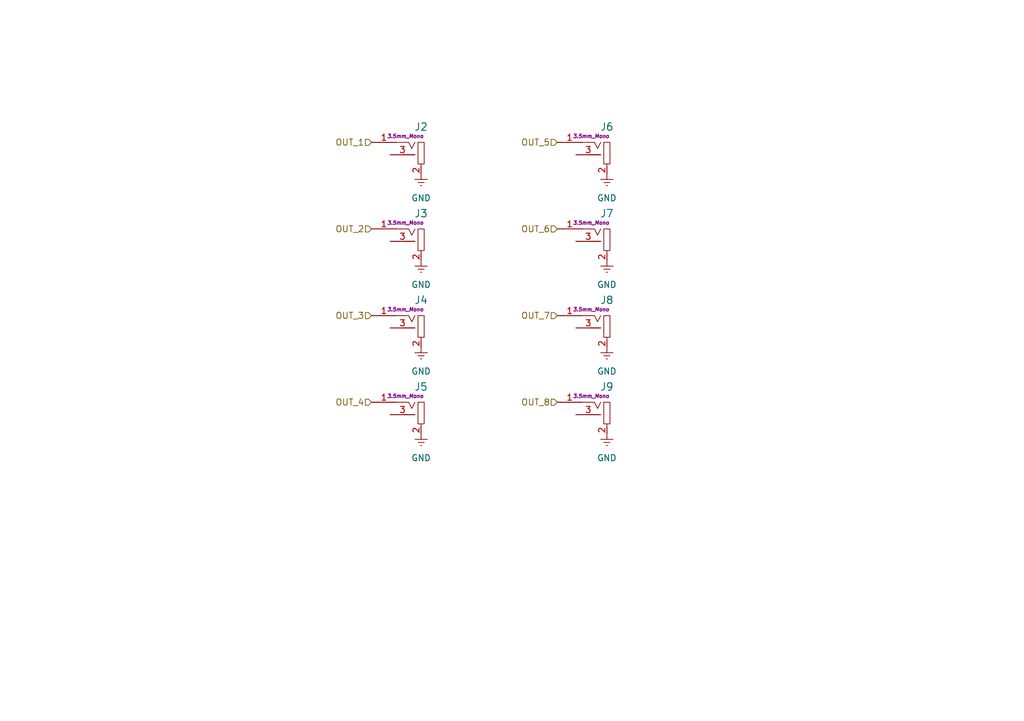
<source format=kicad_sch>
(kicad_sch (version 20250114) (generator "eeschema") (generator_version "9.0")
  (paper "A5")
  (title_block (title "MasterOfMuppets") (rev "0.0.0") (company "y3i12"))
  (lib_symbols
    (symbol "PCM_4ms_Jack:3.5mm_Mono_Switched_SymSmall_0.05" (pin_names (offset 0) (hide yes))
      (property "Reference" "J" (at -2.54 5.715 0))
      (property "Display" "3.5mm_Mono" (at 0.635 3.81 0))
      (symbol "3.5mm_Mono_Switched_SymSmall_0.05_0_0"
        (polyline (pts (xy -1.27 0) (xy 1.27 0)))
      )
      (symbol "3.5mm_Mono_Switched_SymSmall_0.05_0_1"
        (rectangle (start -3.175 2.54) (end -1.905 -1.905))
        (polyline (pts (xy -2.54 -2.54) (xy -2.54 -1.905)))
        (polyline (pts (xy -1.27 2.54) (xy -0.635 1.27) (xy 0 2.54) (xy 2.54 2.54)))
      )
      (symbol "3.5mm_Mono_Switched_SymSmall_0.05_1_1"
        (pin passive line (at -2.54 -3.81 90) (length 1.27) (name "SHEILD") (number "2"))
        (pin passive line (at 3.81 0 180) (length 5.08) (name "SW") (number "3"))
        (pin passive line (at 7.62 2.54 180) (length 5.08) (name "SIG") (number "1"))
      )
    )
    (symbol "power:GNDREF" (power) (pin_numbers (hide yes)) (pin_names (offset 0) (hide yes))
      (property "Value" "GNDREF" (at 0 -3.81 0))
      (symbol "GNDREF_0_1"
        (polyline (pts (xy -0.635 -1.905) (xy 0.635 -1.905)))
        (polyline (pts (xy -0.127 -2.54) (xy 0.127 -2.54)))
        (polyline (pts (xy 0 -1.27) (xy 0 0)))
        (polyline (pts (xy 1.27 -1.27) (xy -1.27 -1.27)))
      )
      (symbol "GNDREF_1_1"
        (pin power_in line (at 0 0 270) (length 0) (name "~") (number "1"))
      )
    )
  )
  (hierarchical_label "OUT_1" (shape input) (at 76.2 29.21 180))
  (hierarchical_label "OUT_3" (shape input) (at 76.2 64.77 180))
  (hierarchical_label "OUT_7" (shape input) (at 114.3 64.77 180))
  (hierarchical_label "OUT_8" (shape input) (at 114.3 82.55 180))
  (hierarchical_label "OUT_2" (shape input) (at 76.2 46.99 180))
  (hierarchical_label "OUT_5" (shape input) (at 114.3 29.21 180))
  (hierarchical_label "OUT_4" (shape input) (at 76.2 82.55 180))
  (hierarchical_label "OUT_6" (shape input) (at 114.3 46.99 180))
  (symbol (lib_id "power:GNDREF") (at 86.36 53.34 0) (unit 1)
    (property "Reference" "#PWR071" (effects (hide yes)))
    (property "Value" "GND" (at 86.36 58.42 0))
    (property "Description" "Power symbol creates a global label with name \"GNDREF\" , reference supply ground" (effects (hide yes)))
    (instances (project "MasterOfMuppets" (path "" (reference "#PWR071") (unit 1)) (path "" (reference "#PWR079") (unit 1))))
  )
  (symbol (lib_id "PCM_4ms_Jack:3.5mm_Mono_Switched_SymSmall_0.05") (at 121.92 67.31 0) (mirror y) (unit 1)
    (property "Reference" "J8" (at 124.46 61.595 0) (effects (font (size 1.524 1.524))))
    (property "Value" "3.5mm_Mono_Switched_SymSmall_0.05" (effects (hide yes)))
    (property "Footprint" "PCM_4ms_Jack:EighthInch_PJ398SM" (effects (hide yes)))
    (property "Description" "Audio 3.5mm Jack, mono, switched, PC-pin Vertical" (effects (hide yes)))
    (property "PARTREV" "2" (effects (hide yes)))
    (property "SNAPEDA_PN" "ACJM-MV35-2S" (effects (hide yes)))
    (property "STANDARD" "Manufacturer Recommendations" (effects (hide yes)))
    (property "MAXIMUM_PACKAGE_HEIGHT" "28.0mm" (effects (hide yes)))
    (property "MANUFACTURER" "Amphenol Sine Systems" (effects (hide yes)))
    (property "Manufacturer" "Wenzhou QingPu Electronics Co" (effects (hide yes)))
    (property "Part Number" "WQP-WQP518MA" (effects (hide yes)))
    (property "Specifications" "Audio 3.5mm Jack, mono, switched, PC-pin Vertical" (effects (hide yes)))
    (property "Display" "3.5mm_Mono" (at 121.285 63.5 0) (effects (font (size 0.762 0.762) (bold yes) (italic yes))))
    (instances (project "MasterOfMuppets" (path "" (reference "J8") (unit 1)) (path "" (reference "J16") (unit 1))))
  )
  (symbol (lib_id "PCM_4ms_Jack:3.5mm_Mono_Switched_SymSmall_0.05") (at 83.82 31.75 0) (mirror y) (unit 1)
    (property "Reference" "J2" (at 86.36 26.035 0) (effects (font (size 1.524 1.524))))
    (property "Value" "3.5mm_Mono_Switched_SymSmall_0.05" (effects (hide yes)))
    (property "Footprint" "PCM_4ms_Jack:EighthInch_PJ398SM" (effects (hide yes)))
    (property "Description" "Audio 3.5mm Jack, mono, switched, PC-pin Vertical" (effects (hide yes)))
    (property "PARTREV" "2" (effects (hide yes)))
    (property "SNAPEDA_PN" "ACJM-MV35-2S" (effects (hide yes)))
    (property "STANDARD" "Manufacturer Recommendations" (effects (hide yes)))
    (property "MAXIMUM_PACKAGE_HEIGHT" "28.0mm" (effects (hide yes)))
    (property "MANUFACTURER" "Amphenol Sine Systems" (effects (hide yes)))
    (property "Manufacturer" "Wenzhou QingPu Electronics Co" (effects (hide yes)))
    (property "Part Number" "WQP-WQP518MA" (effects (hide yes)))
    (property "Specifications" "Audio 3.5mm Jack, mono, switched, PC-pin Vertical" (effects (hide yes)))
    (property "Display" "3.5mm_Mono" (at 83.185 27.94 0) (effects (font (size 0.762 0.762) (bold yes) (italic yes))))
    (instances (project "MasterOfMuppets" (path "" (reference "J2") (unit 1)) (path "" (reference "J10") (unit 1))))
  )
  (symbol (lib_id "power:GNDREF") (at 124.46 53.34 0) (unit 1)
    (property "Reference" "#PWR075" (effects (hide yes)))
    (property "Value" "GND" (at 124.46 58.42 0))
    (property "Description" "Power symbol creates a global label with name \"GNDREF\" , reference supply ground" (effects (hide yes)))
    (instances (project "MasterOfMuppets" (path "" (reference "#PWR075") (unit 1)) (path "" (reference "#PWR083") (unit 1))))
  )
  (symbol (lib_id "power:GNDREF") (at 124.46 35.56 0) (unit 1)
    (property "Reference" "#PWR074" (effects (hide yes)))
    (property "Value" "GND" (at 124.46 40.64 0))
    (property "Description" "Power symbol creates a global label with name \"GNDREF\" , reference supply ground" (effects (hide yes)))
    (instances (project "MasterOfMuppets" (path "" (reference "#PWR074") (unit 1)) (path "" (reference "#PWR082") (unit 1))))
  )
  (symbol (lib_id "PCM_4ms_Jack:3.5mm_Mono_Switched_SymSmall_0.05") (at 83.82 49.53 0) (mirror y) (unit 1)
    (property "Reference" "J3" (at 86.36 43.815 0) (effects (font (size 1.524 1.524))))
    (property "Value" "3.5mm_Mono_Switched_SymSmall_0.05" (effects (hide yes)))
    (property "Footprint" "PCM_4ms_Jack:EighthInch_PJ398SM" (effects (hide yes)))
    (property "Description" "Audio 3.5mm Jack, mono, switched, PC-pin Vertical" (effects (hide yes)))
    (property "PARTREV" "2" (effects (hide yes)))
    (property "SNAPEDA_PN" "ACJM-MV35-2S" (effects (hide yes)))
    (property "STANDARD" "Manufacturer Recommendations" (effects (hide yes)))
    (property "MAXIMUM_PACKAGE_HEIGHT" "28.0mm" (effects (hide yes)))
    (property "MANUFACTURER" "Amphenol Sine Systems" (effects (hide yes)))
    (property "Manufacturer" "Wenzhou QingPu Electronics Co" (effects (hide yes)))
    (property "Part Number" "WQP-WQP518MA" (effects (hide yes)))
    (property "Specifications" "Audio 3.5mm Jack, mono, switched, PC-pin Vertical" (effects (hide yes)))
    (property "Display" "3.5mm_Mono" (at 83.185 45.72 0) (effects (font (size 0.762 0.762) (bold yes) (italic yes))))
    (instances (project "MasterOfMuppets" (path "" (reference "J3") (unit 1)) (path "" (reference "J11") (unit 1))))
  )
  (symbol (lib_id "power:GNDREF") (at 86.36 88.9 0) (unit 1)
    (property "Reference" "#PWR073" (effects (hide yes)))
    (property "Value" "GND" (at 86.36 93.98 0))
    (property "Description" "Power symbol creates a global label with name \"GNDREF\" , reference supply ground" (effects (hide yes)))
    (instances (project "MasterOfMuppets" (path "" (reference "#PWR073") (unit 1)) (path "" (reference "#PWR081") (unit 1))))
  )
  (symbol (lib_id "power:GNDREF") (at 86.36 71.12 0) (unit 1)
    (property "Reference" "#PWR072" (effects (hide yes)))
    (property "Value" "GND" (at 86.36 76.2 0))
    (property "Description" "Power symbol creates a global label with name \"GNDREF\" , reference supply ground" (effects (hide yes)))
    (instances (project "MasterOfMuppets" (path "" (reference "#PWR072") (unit 1)) (path "" (reference "#PWR080") (unit 1))))
  )
  (symbol (lib_id "PCM_4ms_Jack:3.5mm_Mono_Switched_SymSmall_0.05") (at 121.92 31.75 0) (mirror y) (unit 1)
    (property "Reference" "J6" (at 124.46 26.035 0) (effects (font (size 1.524 1.524))))
    (property "Value" "3.5mm_Mono_Switched_SymSmall_0.05" (effects (hide yes)))
    (property "Footprint" "PCM_4ms_Jack:EighthInch_PJ398SM" (effects (hide yes)))
    (property "Description" "Audio 3.5mm Jack, mono, switched, PC-pin Vertical" (effects (hide yes)))
    (property "PARTREV" "2" (effects (hide yes)))
    (property "SNAPEDA_PN" "ACJM-MV35-2S" (effects (hide yes)))
    (property "STANDARD" "Manufacturer Recommendations" (effects (hide yes)))
    (property "MAXIMUM_PACKAGE_HEIGHT" "28.0mm" (effects (hide yes)))
    (property "MANUFACTURER" "Amphenol Sine Systems" (effects (hide yes)))
    (property "Manufacturer" "Wenzhou QingPu Electronics Co" (effects (hide yes)))
    (property "Part Number" "WQP-WQP518MA" (effects (hide yes)))
    (property "Specifications" "Audio 3.5mm Jack, mono, switched, PC-pin Vertical" (effects (hide yes)))
    (property "Display" "3.5mm_Mono" (at 121.285 27.94 0) (effects (font (size 0.762 0.762) (bold yes) (italic yes))))
    (instances (project "MasterOfMuppets" (path "" (reference "J6") (unit 1)) (path "" (reference "J14") (unit 1))))
  )
  (symbol (lib_id "power:GNDREF") (at 86.36 35.56 0) (unit 1)
    (property "Reference" "#PWR070" (effects (hide yes)))
    (property "Value" "GND" (at 86.36 40.64 0))
    (property "Description" "Power symbol creates a global label with name \"GNDREF\" , reference supply ground" (effects (hide yes)))
    (instances (project "MasterOfMuppets" (path "" (reference "#PWR070") (unit 1)) (path "" (reference "#PWR078") (unit 1))))
  )
  (symbol (lib_id "PCM_4ms_Jack:3.5mm_Mono_Switched_SymSmall_0.05") (at 83.82 85.09 0) (mirror y) (unit 1)
    (property "Reference" "J5" (at 86.36 79.375 0) (effects (font (size 1.524 1.524))))
    (property "Value" "3.5mm_Mono_Switched_SymSmall_0.05" (effects (hide yes)))
    (property "Footprint" "PCM_4ms_Jack:EighthInch_PJ398SM" (effects (hide yes)))
    (property "Description" "Audio 3.5mm Jack, mono, switched, PC-pin Vertical" (effects (hide yes)))
    (property "PARTREV" "2" (effects (hide yes)))
    (property "SNAPEDA_PN" "ACJM-MV35-2S" (effects (hide yes)))
    (property "STANDARD" "Manufacturer Recommendations" (effects (hide yes)))
    (property "MAXIMUM_PACKAGE_HEIGHT" "28.0mm" (effects (hide yes)))
    (property "MANUFACTURER" "Amphenol Sine Systems" (effects (hide yes)))
    (property "Manufacturer" "Wenzhou QingPu Electronics Co" (effects (hide yes)))
    (property "Part Number" "WQP-WQP518MA" (effects (hide yes)))
    (property "Specifications" "Audio 3.5mm Jack, mono, switched, PC-pin Vertical" (effects (hide yes)))
    (property "Display" "3.5mm_Mono" (at 83.185 81.28 0) (effects (font (size 0.762 0.762) (bold yes) (italic yes))))
    (instances (project "MasterOfMuppets" (path "" (reference "J5") (unit 1)) (path "" (reference "J13") (unit 1))))
  )
  (symbol (lib_id "power:GNDREF") (at 124.46 71.12 0) (unit 1)
    (property "Reference" "#PWR076" (effects (hide yes)))
    (property "Value" "GND" (at 124.46 76.2 0))
    (property "Description" "Power symbol creates a global label with name \"GNDREF\" , reference supply ground" (effects (hide yes)))
    (instances (project "MasterOfMuppets" (path "" (reference "#PWR076") (unit 1)) (path "" (reference "#PWR084") (unit 1))))
  )
  (symbol (lib_id "PCM_4ms_Jack:3.5mm_Mono_Switched_SymSmall_0.05") (at 121.92 85.09 0) (mirror y) (unit 1)
    (property "Reference" "J9" (at 124.46 79.375 0) (effects (font (size 1.524 1.524))))
    (property "Value" "3.5mm_Mono_Switched_SymSmall_0.05" (effects (hide yes)))
    (property "Footprint" "PCM_4ms_Jack:EighthInch_PJ398SM" (effects (hide yes)))
    (property "Description" "Audio 3.5mm Jack, mono, switched, PC-pin Vertical" (effects (hide yes)))
    (property "PARTREV" "2" (effects (hide yes)))
    (property "SNAPEDA_PN" "ACJM-MV35-2S" (effects (hide yes)))
    (property "STANDARD" "Manufacturer Recommendations" (effects (hide yes)))
    (property "MAXIMUM_PACKAGE_HEIGHT" "28.0mm" (effects (hide yes)))
    (property "MANUFACTURER" "Amphenol Sine Systems" (effects (hide yes)))
    (property "Manufacturer" "Wenzhou QingPu Electronics Co" (effects (hide yes)))
    (property "Part Number" "WQP-WQP518MA" (effects (hide yes)))
    (property "Specifications" "Audio 3.5mm Jack, mono, switched, PC-pin Vertical" (effects (hide yes)))
    (property "Display" "3.5mm_Mono" (at 121.285 81.28 0) (effects (font (size 0.762 0.762) (bold yes) (italic yes))))
    (instances (project "MasterOfMuppets" (path "" (reference "J9") (unit 1)) (path "" (reference "J17") (unit 1))))
  )
  (symbol (lib_id "PCM_4ms_Jack:3.5mm_Mono_Switched_SymSmall_0.05") (at 121.92 49.53 0) (mirror y) (unit 1)
    (property "Reference" "J7" (at 124.46 43.815 0) (effects (font (size 1.524 1.524))))
    (property "Value" "3.5mm_Mono_Switched_SymSmall_0.05" (effects (hide yes)))
    (property "Footprint" "PCM_4ms_Jack:EighthInch_PJ398SM" (effects (hide yes)))
    (property "Description" "Audio 3.5mm Jack, mono, switched, PC-pin Vertical" (effects (hide yes)))
    (property "PARTREV" "2" (effects (hide yes)))
    (property "SNAPEDA_PN" "ACJM-MV35-2S" (effects (hide yes)))
    (property "STANDARD" "Manufacturer Recommendations" (effects (hide yes)))
    (property "MAXIMUM_PACKAGE_HEIGHT" "28.0mm" (effects (hide yes)))
    (property "MANUFACTURER" "Amphenol Sine Systems" (effects (hide yes)))
    (property "Manufacturer" "Wenzhou QingPu Electronics Co" (effects (hide yes)))
    (property "Part Number" "WQP-WQP518MA" (effects (hide yes)))
    (property "Specifications" "Audio 3.5mm Jack, mono, switched, PC-pin Vertical" (effects (hide yes)))
    (property "Display" "3.5mm_Mono" (at 121.285 45.72 0) (effects (font (size 0.762 0.762) (bold yes) (italic yes))))
    (instances (project "MasterOfMuppets" (path "" (reference "J7") (unit 1)) (path "" (reference "J15") (unit 1))))
  )
  (symbol (lib_id "PCM_4ms_Jack:3.5mm_Mono_Switched_SymSmall_0.05") (at 83.82 67.31 0) (mirror y) (unit 1)
    (property "Reference" "J4" (at 86.36 61.595 0) (effects (font (size 1.524 1.524))))
    (property "Value" "3.5mm_Mono_Switched_SymSmall_0.05" (effects (hide yes)))
    (property "Footprint" "PCM_4ms_Jack:EighthInch_PJ398SM" (effects (hide yes)))
    (property "Description" "Audio 3.5mm Jack, mono, switched, PC-pin Vertical" (effects (hide yes)))
    (property "PARTREV" "2" (effects (hide yes)))
    (property "SNAPEDA_PN" "ACJM-MV35-2S" (effects (hide yes)))
    (property "STANDARD" "Manufacturer Recommendations" (effects (hide yes)))
    (property "MAXIMUM_PACKAGE_HEIGHT" "28.0mm" (effects (hide yes)))
    (property "MANUFACTURER" "Amphenol Sine Systems" (effects (hide yes)))
    (property "Manufacturer" "Wenzhou QingPu Electronics Co" (effects (hide yes)))
    (property "Part Number" "WQP-WQP518MA" (effects (hide yes)))
    (property "Specifications" "Audio 3.5mm Jack, mono, switched, PC-pin Vertical" (effects (hide yes)))
    (property "Display" "3.5mm_Mono" (at 83.185 63.5 0) (effects (font (size 0.762 0.762) (bold yes) (italic yes))))
    (instances (project "MasterOfMuppets" (path "" (reference "J4") (unit 1)) (path "" (reference "J12") (unit 1))))
  )
  (symbol (lib_id "power:GNDREF") (at 124.46 88.9 0) (unit 1)
    (property "Reference" "#PWR077" (effects (hide yes)))
    (property "Value" "GND" (at 124.46 93.98 0))
    (property "Description" "Power symbol creates a global label with name \"GNDREF\" , reference supply ground" (effects (hide yes)))
    (instances (project "MasterOfMuppets" (path "" (reference "#PWR077") (unit 1)) (path "" (reference "#PWR085") (unit 1))))
  )
)
</source>
